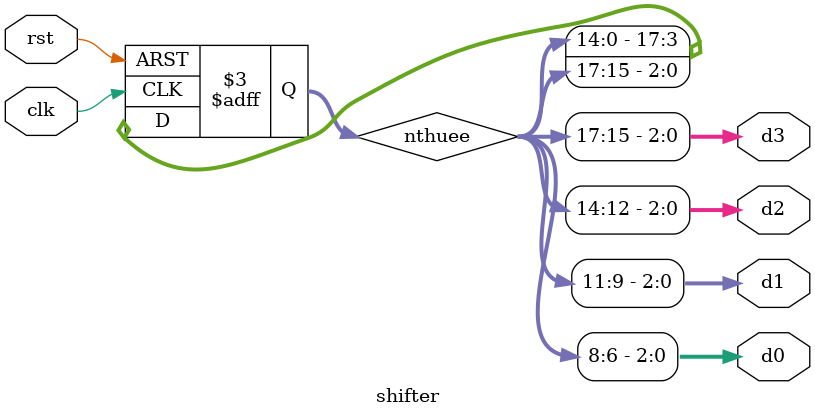
<source format=v>
`timescale 1ns / 1ps


module shifter(
      clk,
      rst,
      d0,
      d1,
      d2,
      d3
    );
    input  clk;
    input  rst;
    output [2:0] d0;
    output [2:0] d1;
    output [2:0] d2;
    output [2:0] d3;
    reg [17:0] nthuee;
    
    initial
    begin
    nthuee = 18'b000_001_010_011_100_100;
    end
    
    
    assign d3 = nthuee[17:15];
    assign d2 = nthuee[14:12];
    assign d1 = nthuee[11:9];
    assign d0 = nthuee[8:6];
    
    
    always@( posedge clk or posedge rst )
    begin
    if(rst)
        begin
            nthuee <= 18'b000_001_010_011_100_100;
        end
    else
        begin
            nthuee <= {nthuee[14:0],nthuee[17:15]};
        end
    end
    
endmodule

</source>
